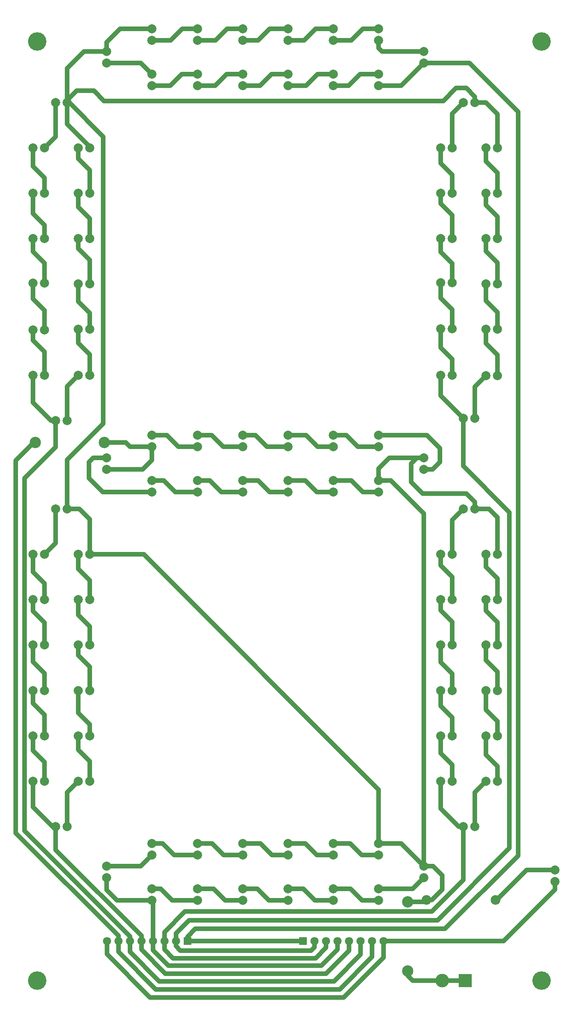
<source format=gbl>
G04 (created by PCBNEW (2013-07-07 BZR 4022)-stable) date 1/25/2016 6:15:22 PM*
%MOIN*%
G04 Gerber Fmt 3.4, Leading zero omitted, Abs format*
%FSLAX34Y34*%
G01*
G70*
G90*
G04 APERTURE LIST*
%ADD10C,0.00590551*%
%ADD11C,0.0787*%
%ADD12C,0.0843701*%
%ADD13R,0.1181X0.1181*%
%ADD14C,0.1181*%
%ADD15R,0.0708661X0.0708661*%
%ADD16C,0.0708661*%
%ADD17C,0.0984252*%
%ADD18C,0.16*%
%ADD19C,0.0393701*%
G04 APERTURE END LIST*
G54D10*
G54D11*
X14638Y-65977D03*
X13638Y-65977D03*
X18575Y-30702D03*
X17575Y-30702D03*
X18575Y-26765D03*
X17575Y-26765D03*
X16607Y-81725D03*
X15607Y-81725D03*
X16607Y-54166D03*
X15607Y-54166D03*
X18575Y-69914D03*
X17575Y-69914D03*
X18575Y-65977D03*
X17575Y-65977D03*
X18575Y-62040D03*
X17575Y-62040D03*
X18575Y-58103D03*
X17575Y-58103D03*
X14638Y-69914D03*
X13638Y-69914D03*
X18575Y-38576D03*
X17575Y-38576D03*
X14638Y-62040D03*
X13638Y-62040D03*
X14638Y-58103D03*
X13638Y-58103D03*
X47603Y-14454D03*
X47603Y-15454D03*
X23981Y-12485D03*
X23981Y-13485D03*
X20044Y-14454D03*
X20044Y-15454D03*
X31855Y-12485D03*
X31855Y-13485D03*
X35792Y-12485D03*
X35792Y-13485D03*
X39729Y-47761D03*
X39729Y-48761D03*
X20044Y-49729D03*
X20044Y-50729D03*
X47603Y-49729D03*
X47603Y-50729D03*
X43666Y-51698D03*
X43666Y-52698D03*
X39729Y-51698D03*
X39729Y-52698D03*
X35792Y-51698D03*
X35792Y-52698D03*
X31855Y-51698D03*
X31855Y-52698D03*
X31855Y-47761D03*
X31855Y-48761D03*
X35792Y-47761D03*
X35792Y-48761D03*
X18575Y-34639D03*
X17575Y-34639D03*
X43666Y-47761D03*
X43666Y-48761D03*
X14638Y-42552D03*
X13638Y-42552D03*
X18575Y-22828D03*
X17575Y-22828D03*
X16607Y-18891D03*
X15607Y-18891D03*
X14638Y-26765D03*
X13638Y-26765D03*
X14638Y-22828D03*
X13638Y-22828D03*
X14638Y-30702D03*
X13638Y-30702D03*
X27918Y-12485D03*
X27918Y-13485D03*
X31855Y-83194D03*
X31855Y-84194D03*
X50071Y-65977D03*
X49071Y-65977D03*
X50071Y-77788D03*
X49071Y-77788D03*
X54008Y-73851D03*
X53008Y-73851D03*
X54008Y-69914D03*
X53008Y-69914D03*
X54008Y-65977D03*
X53008Y-65977D03*
X43666Y-83194D03*
X43666Y-84194D03*
X39729Y-83194D03*
X39729Y-84194D03*
X35792Y-83194D03*
X35792Y-84194D03*
X35792Y-16422D03*
X35792Y-17422D03*
X31855Y-87131D03*
X31855Y-88131D03*
X35792Y-87131D03*
X35792Y-88131D03*
X39729Y-87131D03*
X39729Y-88131D03*
X43666Y-87131D03*
X43666Y-88131D03*
X20044Y-85162D03*
X20044Y-86162D03*
X47603Y-85162D03*
X47603Y-86162D03*
X54008Y-62040D03*
X53008Y-62040D03*
X54008Y-22828D03*
X53008Y-22828D03*
X50071Y-62040D03*
X49071Y-62040D03*
X31855Y-16422D03*
X31855Y-17422D03*
X27918Y-16422D03*
X27918Y-17422D03*
X23981Y-16422D03*
X23981Y-17422D03*
X50071Y-42552D03*
X49071Y-42552D03*
X50071Y-30702D03*
X49071Y-30702D03*
X50071Y-26765D03*
X49071Y-26765D03*
X50071Y-22828D03*
X49071Y-22828D03*
X52040Y-18891D03*
X51040Y-18891D03*
X54008Y-38576D03*
X53008Y-38576D03*
X54008Y-34639D03*
X53008Y-34639D03*
X54008Y-30702D03*
X53008Y-30702D03*
X54008Y-26765D03*
X53008Y-26765D03*
X54008Y-58103D03*
X53008Y-58103D03*
X52040Y-54166D03*
X51040Y-54166D03*
X50071Y-58103D03*
X49071Y-58103D03*
X59000Y-85500D03*
X59000Y-86500D03*
G54D12*
X47850Y-88100D03*
X53850Y-88100D03*
G54D11*
X14638Y-73851D03*
X13638Y-73851D03*
X18575Y-73851D03*
X17575Y-73851D03*
X18575Y-42552D03*
X17575Y-42552D03*
X14638Y-34560D03*
X13638Y-34560D03*
X27918Y-51698D03*
X27918Y-52698D03*
X27918Y-47761D03*
X27918Y-48761D03*
X39729Y-16422D03*
X39729Y-17422D03*
X39729Y-12485D03*
X39729Y-13485D03*
X50071Y-34521D03*
X49071Y-34521D03*
X54008Y-42592D03*
X53008Y-42592D03*
X54008Y-77788D03*
X53008Y-77788D03*
X50071Y-69914D03*
X49071Y-69914D03*
X27918Y-87131D03*
X27918Y-88131D03*
X27918Y-83194D03*
X27918Y-84194D03*
X14638Y-77788D03*
X13638Y-77788D03*
X18575Y-77788D03*
X17575Y-77788D03*
X16607Y-46489D03*
X15607Y-46489D03*
X14638Y-38615D03*
X13638Y-38615D03*
X23981Y-47761D03*
X23981Y-48761D03*
X23981Y-51698D03*
X23981Y-52698D03*
X43666Y-16422D03*
X43666Y-17422D03*
X43666Y-12485D03*
X43666Y-13485D03*
X52040Y-46292D03*
X51040Y-46292D03*
X50071Y-38537D03*
X49071Y-38537D03*
X52040Y-81725D03*
X51040Y-81725D03*
X50071Y-73851D03*
X49071Y-73851D03*
X23981Y-87131D03*
X23981Y-88131D03*
X23981Y-83194D03*
X23981Y-84194D03*
G54D13*
X51200Y-95100D03*
G54D14*
X49200Y-95100D03*
G54D15*
X37104Y-91679D03*
G54D16*
X38104Y-91679D03*
X39104Y-91679D03*
X40104Y-91679D03*
X41104Y-91679D03*
X42104Y-91679D03*
X43104Y-91679D03*
X44104Y-91679D03*
G54D15*
X27061Y-91679D03*
G54D16*
X26061Y-91679D03*
X25061Y-91679D03*
X24061Y-91679D03*
X23061Y-91679D03*
X22061Y-91679D03*
X21061Y-91679D03*
X20061Y-91679D03*
G54D17*
X46200Y-94250D03*
X46200Y-88250D03*
X13850Y-48400D03*
X19850Y-48400D03*
G54D18*
X14000Y-13600D03*
X57850Y-13600D03*
X57850Y-95100D03*
X14000Y-95100D03*
G54D19*
X18067Y-14454D02*
X20044Y-14454D01*
X20044Y-14454D02*
X20044Y-13655D01*
X20044Y-13655D02*
X21214Y-12485D01*
X21214Y-12485D02*
X23981Y-12485D01*
X16607Y-15914D02*
X18067Y-14454D01*
X46200Y-88250D02*
X47700Y-88250D01*
X47700Y-88250D02*
X47850Y-88100D01*
X47850Y-88100D02*
X48300Y-88100D01*
X48412Y-85162D02*
X47603Y-85162D01*
X49200Y-85950D02*
X48412Y-85162D01*
X49200Y-87200D02*
X49200Y-85950D01*
X48300Y-88100D02*
X49200Y-87200D01*
X43666Y-83194D02*
X43666Y-78516D01*
X23253Y-58103D02*
X18575Y-58103D01*
X43666Y-78516D02*
X23253Y-58103D01*
X47603Y-85162D02*
X47603Y-54553D01*
X44748Y-51698D02*
X43666Y-51698D01*
X47603Y-54553D02*
X44748Y-51698D01*
X16607Y-18891D02*
X16791Y-18891D01*
X16607Y-49892D02*
X16607Y-54166D01*
X19750Y-46750D02*
X16607Y-49892D01*
X19750Y-21850D02*
X19750Y-46750D01*
X16791Y-18891D02*
X19750Y-21850D01*
X16607Y-18891D02*
X16607Y-20757D01*
X18575Y-22725D02*
X18575Y-22828D01*
X16607Y-20757D02*
X18575Y-22725D01*
X16607Y-18891D02*
X16607Y-18686D01*
X52040Y-18387D02*
X52040Y-18891D01*
X51288Y-17635D02*
X52040Y-18387D01*
X50406Y-17635D02*
X51288Y-17635D01*
X49284Y-18757D02*
X50406Y-17635D01*
X19800Y-18757D02*
X49284Y-18757D01*
X18918Y-17875D02*
X19800Y-18757D01*
X17418Y-17875D02*
X18918Y-17875D01*
X16607Y-18686D02*
X17418Y-17875D01*
X47603Y-49729D02*
X46996Y-49729D01*
X52040Y-53564D02*
X52040Y-54166D01*
X51307Y-52832D02*
X52040Y-53564D01*
X47500Y-52832D02*
X51307Y-52832D01*
X46492Y-51824D02*
X47500Y-52832D01*
X46492Y-50233D02*
X46492Y-51824D01*
X46996Y-49729D02*
X46492Y-50233D01*
X43666Y-51698D02*
X43666Y-50662D01*
X44599Y-49729D02*
X47603Y-49729D01*
X43666Y-50662D02*
X44599Y-49729D01*
X16607Y-18891D02*
X16607Y-15914D01*
X52040Y-18891D02*
X52991Y-18891D01*
X52991Y-18891D02*
X54008Y-19908D01*
X54008Y-19908D02*
X54008Y-22828D01*
X52040Y-54166D02*
X53266Y-54166D01*
X54008Y-54908D02*
X54008Y-58103D01*
X53266Y-54166D02*
X54008Y-54908D01*
X43666Y-83194D02*
X45634Y-83194D01*
X45634Y-83194D02*
X47603Y-85162D01*
X16607Y-54166D02*
X17666Y-54166D01*
X18575Y-55075D02*
X18575Y-58103D01*
X17666Y-54166D02*
X18575Y-55075D01*
X46200Y-94250D02*
X46200Y-94650D01*
X46650Y-95100D02*
X49200Y-95100D01*
X46200Y-94650D02*
X46650Y-95100D01*
X51200Y-95100D02*
X49200Y-95100D01*
X54270Y-91679D02*
X54520Y-91679D01*
X44104Y-91679D02*
X54270Y-91679D01*
X59000Y-87200D02*
X59000Y-86500D01*
X54520Y-91679D02*
X59000Y-87200D01*
X20061Y-91679D02*
X20061Y-92811D01*
X44104Y-93095D02*
X44104Y-91679D01*
X40650Y-96550D02*
X44104Y-93095D01*
X23800Y-96550D02*
X40650Y-96550D01*
X20061Y-92811D02*
X23800Y-96550D01*
X23981Y-48761D02*
X23981Y-49918D01*
X23170Y-50729D02*
X20044Y-50729D01*
X23981Y-49918D02*
X23170Y-50729D01*
X19850Y-48400D02*
X21700Y-48400D01*
X22061Y-48761D02*
X23981Y-48761D01*
X21700Y-48400D02*
X22061Y-48761D01*
X27061Y-91679D02*
X37104Y-91679D01*
X27061Y-91679D02*
X27061Y-91288D01*
X27061Y-91288D02*
X27750Y-90600D01*
X27750Y-90600D02*
X49450Y-90600D01*
X49450Y-90600D02*
X55800Y-84250D01*
X55800Y-84250D02*
X55800Y-19700D01*
X55800Y-19700D02*
X51554Y-15454D01*
X51554Y-15454D02*
X47603Y-15454D01*
X43666Y-17422D02*
X45634Y-17422D01*
X45634Y-17422D02*
X47603Y-15454D01*
X26061Y-91679D02*
X26061Y-90988D01*
X26061Y-90988D02*
X27200Y-89850D01*
X27200Y-89850D02*
X48800Y-89850D01*
X48800Y-89850D02*
X55050Y-83600D01*
X55050Y-83600D02*
X55050Y-54450D01*
X55050Y-54450D02*
X51040Y-50440D01*
X51040Y-50440D02*
X51040Y-46292D01*
X26061Y-91679D02*
X26061Y-92111D01*
X26061Y-92111D02*
X26450Y-92500D01*
X26450Y-92500D02*
X37800Y-92500D01*
X37800Y-92500D02*
X38104Y-92195D01*
X38104Y-92195D02*
X38104Y-91679D01*
X49071Y-42552D02*
X49071Y-44324D01*
X49071Y-44324D02*
X51040Y-46292D01*
X25061Y-91679D02*
X25061Y-90888D01*
X51040Y-86359D02*
X48300Y-89100D01*
X48300Y-89100D02*
X26850Y-89100D01*
X26850Y-89100D02*
X25061Y-90888D01*
X51040Y-86359D02*
X51040Y-81725D01*
X25061Y-91679D02*
X25061Y-92411D01*
X39104Y-92245D02*
X39104Y-91679D01*
X38200Y-93150D02*
X39104Y-92245D01*
X25800Y-93150D02*
X38200Y-93150D01*
X25061Y-92411D02*
X25800Y-93150D01*
X51040Y-81725D02*
X50625Y-81725D01*
X49071Y-80171D02*
X49071Y-77788D01*
X50625Y-81725D02*
X49071Y-80171D01*
X24061Y-91679D02*
X24061Y-87961D01*
X24061Y-88211D02*
X23981Y-88131D01*
X24061Y-91679D02*
X24061Y-92461D01*
X40104Y-92395D02*
X40104Y-91679D01*
X38700Y-93800D02*
X40104Y-92395D01*
X25400Y-93800D02*
X38700Y-93800D01*
X24061Y-92461D02*
X25400Y-93800D01*
X20044Y-86162D02*
X20044Y-87244D01*
X20044Y-87244D02*
X20931Y-88131D01*
X20931Y-88131D02*
X23981Y-88131D01*
X23061Y-91679D02*
X23061Y-91211D01*
X23061Y-91211D02*
X15607Y-83757D01*
X15607Y-83757D02*
X15607Y-81725D01*
X23061Y-91679D02*
X23061Y-92411D01*
X41104Y-92495D02*
X41104Y-91679D01*
X39100Y-94500D02*
X41104Y-92495D01*
X25150Y-94500D02*
X39100Y-94500D01*
X23061Y-92411D02*
X25150Y-94500D01*
X15607Y-81725D02*
X15325Y-81725D01*
X13638Y-80038D02*
X13638Y-77788D01*
X15325Y-81725D02*
X13638Y-80038D01*
X22061Y-91679D02*
X22061Y-91261D01*
X22061Y-91261D02*
X12900Y-82100D01*
X12900Y-82100D02*
X12900Y-51500D01*
X12900Y-51500D02*
X15607Y-48792D01*
X15607Y-48792D02*
X15607Y-46489D01*
X22061Y-91679D02*
X22061Y-92611D01*
X42104Y-92845D02*
X42104Y-91679D01*
X39800Y-95150D02*
X42104Y-92845D01*
X24600Y-95150D02*
X39800Y-95150D01*
X22061Y-92611D02*
X24600Y-95150D01*
X15607Y-46489D02*
X15189Y-46489D01*
X15189Y-46489D02*
X13638Y-44938D01*
X13638Y-44938D02*
X13638Y-42552D01*
X13850Y-48400D02*
X13700Y-48400D01*
X21061Y-91211D02*
X21061Y-91679D01*
X12150Y-82300D02*
X21061Y-91211D01*
X12150Y-49950D02*
X12150Y-82300D01*
X13700Y-48400D02*
X12150Y-49950D01*
X21061Y-91679D02*
X21061Y-92611D01*
X43104Y-93045D02*
X43104Y-91679D01*
X40300Y-95850D02*
X43104Y-93045D01*
X24300Y-95850D02*
X40300Y-95850D01*
X21061Y-92611D02*
X24300Y-95850D01*
X43666Y-87131D02*
X46634Y-87131D01*
X46634Y-87131D02*
X47603Y-86162D01*
X39729Y-87131D02*
X41231Y-87131D01*
X42231Y-88131D02*
X43666Y-88131D01*
X41231Y-87131D02*
X42231Y-88131D01*
X35792Y-87131D02*
X37131Y-87131D01*
X38131Y-88131D02*
X39729Y-88131D01*
X37131Y-87131D02*
X38131Y-88131D01*
X31855Y-87131D02*
X33131Y-87131D01*
X34131Y-88131D02*
X35792Y-88131D01*
X33131Y-87131D02*
X34131Y-88131D01*
X27918Y-87131D02*
X29331Y-87131D01*
X30331Y-88131D02*
X31855Y-88131D01*
X29331Y-87131D02*
X30331Y-88131D01*
X27918Y-83194D02*
X29194Y-83194D01*
X30194Y-84194D02*
X31855Y-84194D01*
X29194Y-83194D02*
X30194Y-84194D01*
X31855Y-83194D02*
X33394Y-83194D01*
X34394Y-84194D02*
X35792Y-84194D01*
X33394Y-83194D02*
X34394Y-84194D01*
X35792Y-83194D02*
X37294Y-83194D01*
X38294Y-84194D02*
X39729Y-84194D01*
X37294Y-83194D02*
X38294Y-84194D01*
X39729Y-83194D02*
X41194Y-83194D01*
X42194Y-84194D02*
X43666Y-84194D01*
X41194Y-83194D02*
X42194Y-84194D01*
X49071Y-62040D02*
X49071Y-62971D01*
X50071Y-63971D02*
X50071Y-65977D01*
X49071Y-62971D02*
X50071Y-63971D01*
X35792Y-47761D02*
X37361Y-47761D01*
X38361Y-48761D02*
X39729Y-48761D01*
X37361Y-47761D02*
X38361Y-48761D01*
X14638Y-73851D02*
X14638Y-72038D01*
X13638Y-71038D02*
X13638Y-69914D01*
X14638Y-72038D02*
X13638Y-71038D01*
X39729Y-47761D02*
X40861Y-47761D01*
X41861Y-48761D02*
X43666Y-48761D01*
X40861Y-47761D02*
X41861Y-48761D01*
X43666Y-47761D02*
X47861Y-47761D01*
X48370Y-50729D02*
X47603Y-50729D01*
X49000Y-50100D02*
X48370Y-50729D01*
X49000Y-48900D02*
X49000Y-50100D01*
X47861Y-47761D02*
X49000Y-48900D01*
X39729Y-51698D02*
X41298Y-51698D01*
X42298Y-52698D02*
X43666Y-52698D01*
X41298Y-51698D02*
X42298Y-52698D01*
X35792Y-51698D02*
X37298Y-51698D01*
X38298Y-52698D02*
X39729Y-52698D01*
X37298Y-51698D02*
X38298Y-52698D01*
X31855Y-51698D02*
X33198Y-51698D01*
X34198Y-52698D02*
X35792Y-52698D01*
X33198Y-51698D02*
X34198Y-52698D01*
X31855Y-47761D02*
X32961Y-47761D01*
X33961Y-48761D02*
X35792Y-48761D01*
X32961Y-47761D02*
X33961Y-48761D01*
X27918Y-47761D02*
X29161Y-47761D01*
X30161Y-48761D02*
X31855Y-48761D01*
X29161Y-47761D02*
X30161Y-48761D01*
X49071Y-65977D02*
X49071Y-67471D01*
X50071Y-68471D02*
X50071Y-69914D01*
X49071Y-67471D02*
X50071Y-68471D01*
X17575Y-26765D02*
X17575Y-27975D01*
X18575Y-28975D02*
X18575Y-30702D01*
X17575Y-27975D02*
X18575Y-28975D01*
X17575Y-22828D02*
X17575Y-23775D01*
X18575Y-24775D02*
X18575Y-26765D01*
X17575Y-23775D02*
X18575Y-24775D01*
X17575Y-65977D02*
X17575Y-66875D01*
X18575Y-67875D02*
X18575Y-69914D01*
X17575Y-66875D02*
X18575Y-67875D01*
X15607Y-18891D02*
X15607Y-21859D01*
X15607Y-21859D02*
X14638Y-22828D01*
X14638Y-26765D02*
X14638Y-25438D01*
X13638Y-24438D02*
X13638Y-22828D01*
X14638Y-25438D02*
X13638Y-24438D01*
X17575Y-30702D02*
X17575Y-31575D01*
X18575Y-32575D02*
X18575Y-34639D01*
X17575Y-31575D02*
X18575Y-32575D01*
X17575Y-34639D02*
X17575Y-36175D01*
X18575Y-37175D02*
X18575Y-38576D01*
X17575Y-36175D02*
X18575Y-37175D01*
X14638Y-30702D02*
X14638Y-29538D01*
X13638Y-28538D02*
X13638Y-26765D01*
X14638Y-29538D02*
X13638Y-28538D01*
X13638Y-30702D02*
X13638Y-31838D01*
X14638Y-32838D02*
X14638Y-34560D01*
X13638Y-31838D02*
X14638Y-32838D01*
X17575Y-38576D02*
X17575Y-39775D01*
X18575Y-40775D02*
X18575Y-42552D01*
X17575Y-39775D02*
X18575Y-40775D01*
X31855Y-17422D02*
X33377Y-17422D01*
X34377Y-16422D02*
X35792Y-16422D01*
X33377Y-17422D02*
X34377Y-16422D01*
X31855Y-13485D02*
X33214Y-13485D01*
X34214Y-12485D02*
X35792Y-12485D01*
X33214Y-13485D02*
X34214Y-12485D01*
X27918Y-13485D02*
X29514Y-13485D01*
X30514Y-12485D02*
X31855Y-12485D01*
X29514Y-13485D02*
X30514Y-12485D01*
X14638Y-69914D02*
X14638Y-68438D01*
X13638Y-67438D02*
X13638Y-65977D01*
X14638Y-68438D02*
X13638Y-67438D01*
X27918Y-17422D02*
X29477Y-17422D01*
X30477Y-16422D02*
X31855Y-16422D01*
X29477Y-17422D02*
X30477Y-16422D01*
X23981Y-17422D02*
X25577Y-17422D01*
X26577Y-16422D02*
X27918Y-16422D01*
X25577Y-17422D02*
X26577Y-16422D01*
X23981Y-13485D02*
X25614Y-13485D01*
X26614Y-12485D02*
X27918Y-12485D01*
X25614Y-13485D02*
X26614Y-12485D01*
X20044Y-15454D02*
X23012Y-15454D01*
X23012Y-15454D02*
X23981Y-16422D01*
X14638Y-38615D02*
X14638Y-36938D01*
X13638Y-35938D02*
X13638Y-34560D01*
X14638Y-36938D02*
X13638Y-35938D01*
X16607Y-46489D02*
X16607Y-43521D01*
X16607Y-43521D02*
X17575Y-42552D01*
X35792Y-13485D02*
X37214Y-13485D01*
X38214Y-12485D02*
X39729Y-12485D01*
X37214Y-13485D02*
X38214Y-12485D01*
X23981Y-83194D02*
X24894Y-83194D01*
X25894Y-84194D02*
X27918Y-84194D01*
X24894Y-83194D02*
X25894Y-84194D01*
X23981Y-87131D02*
X24731Y-87131D01*
X25731Y-88131D02*
X27918Y-88131D01*
X24731Y-87131D02*
X25731Y-88131D01*
X50071Y-73851D02*
X50071Y-72271D01*
X49071Y-71271D02*
X49071Y-69914D01*
X50071Y-72271D02*
X49071Y-71271D01*
X13638Y-62040D02*
X13638Y-63038D01*
X14638Y-64038D02*
X14638Y-65977D01*
X13638Y-63038D02*
X14638Y-64038D01*
X52040Y-81725D02*
X52040Y-78757D01*
X52040Y-78757D02*
X53008Y-77788D01*
X49071Y-34521D02*
X49071Y-35871D01*
X50071Y-36871D02*
X50071Y-38537D01*
X49071Y-35871D02*
X50071Y-36871D01*
X52040Y-46292D02*
X52040Y-43560D01*
X52040Y-43560D02*
X53008Y-42592D01*
X54008Y-77788D02*
X54008Y-76508D01*
X53008Y-75508D02*
X53008Y-73851D01*
X54008Y-76508D02*
X53008Y-75508D01*
X54008Y-73851D02*
X54008Y-72608D01*
X53008Y-71608D02*
X53008Y-69914D01*
X54008Y-72608D02*
X53008Y-71608D01*
X53008Y-65977D02*
X53008Y-67308D01*
X54008Y-68308D02*
X54008Y-69914D01*
X53008Y-67308D02*
X54008Y-68308D01*
X49071Y-58103D02*
X49071Y-59071D01*
X50071Y-60071D02*
X50071Y-62040D01*
X49071Y-59071D02*
X50071Y-60071D01*
X50071Y-58103D02*
X50071Y-55135D01*
X50071Y-55135D02*
X51040Y-54166D01*
X53008Y-62040D02*
X53008Y-63008D01*
X54008Y-64008D02*
X54008Y-65977D01*
X53008Y-63008D02*
X54008Y-64008D01*
X53008Y-58103D02*
X53008Y-59208D01*
X54008Y-60208D02*
X54008Y-62040D01*
X53008Y-59208D02*
X54008Y-60208D01*
X17575Y-62040D02*
X17575Y-63375D01*
X18575Y-64375D02*
X18575Y-65977D01*
X17575Y-63375D02*
X18575Y-64375D01*
X50071Y-22828D02*
X50071Y-19859D01*
X50071Y-19859D02*
X51040Y-18891D01*
X49071Y-22828D02*
X49071Y-24171D01*
X50071Y-25171D02*
X50071Y-26765D01*
X49071Y-24171D02*
X50071Y-25171D01*
X49071Y-26765D02*
X49071Y-27671D01*
X50071Y-28671D02*
X50071Y-30702D01*
X49071Y-27671D02*
X50071Y-28671D01*
X49071Y-30702D02*
X49071Y-31871D01*
X50071Y-32871D02*
X50071Y-34521D01*
X49071Y-31871D02*
X50071Y-32871D01*
X53008Y-38576D02*
X53008Y-39808D01*
X54008Y-40808D02*
X54008Y-42592D01*
X53008Y-39808D02*
X54008Y-40808D01*
X53008Y-34639D02*
X53008Y-36108D01*
X54008Y-37108D02*
X54008Y-38576D01*
X53008Y-36108D02*
X54008Y-37108D01*
X53008Y-30702D02*
X53008Y-31808D01*
X54008Y-32808D02*
X54008Y-34639D01*
X53008Y-31808D02*
X54008Y-32808D01*
X53008Y-26765D02*
X53008Y-27808D01*
X54008Y-28808D02*
X54008Y-30702D01*
X53008Y-27808D02*
X54008Y-28808D01*
X53008Y-22828D02*
X53008Y-24008D01*
X54008Y-25008D02*
X54008Y-26765D01*
X53008Y-24008D02*
X54008Y-25008D01*
X35792Y-17422D02*
X37377Y-17422D01*
X38377Y-16422D02*
X39729Y-16422D01*
X37377Y-17422D02*
X38377Y-16422D01*
X17575Y-58103D02*
X17575Y-59375D01*
X18575Y-60375D02*
X18575Y-62040D01*
X17575Y-59375D02*
X18575Y-60375D01*
X20044Y-85162D02*
X23012Y-85162D01*
X23012Y-85162D02*
X23981Y-84194D01*
X13638Y-58103D02*
X13638Y-59638D01*
X14638Y-60638D02*
X14638Y-62040D01*
X13638Y-59638D02*
X14638Y-60638D01*
X17575Y-69914D02*
X17575Y-71875D01*
X18575Y-72875D02*
X18575Y-73851D01*
X17575Y-71875D02*
X18575Y-72875D01*
X39729Y-17422D02*
X41077Y-17422D01*
X42077Y-16422D02*
X43666Y-16422D01*
X41077Y-17422D02*
X42077Y-16422D01*
X39729Y-13485D02*
X41314Y-13485D01*
X42314Y-12485D02*
X43666Y-12485D01*
X41314Y-13485D02*
X42314Y-12485D01*
X23981Y-51698D02*
X24998Y-51698D01*
X25998Y-52698D02*
X27918Y-52698D01*
X24998Y-51698D02*
X25998Y-52698D01*
X23981Y-47761D02*
X25261Y-47761D01*
X26261Y-48761D02*
X27918Y-48761D01*
X25261Y-47761D02*
X26261Y-48761D01*
X17575Y-73851D02*
X17575Y-75075D01*
X18575Y-76075D02*
X18575Y-77788D01*
X17575Y-75075D02*
X18575Y-76075D01*
X13638Y-73851D02*
X13638Y-75138D01*
X14638Y-76138D02*
X14638Y-77788D01*
X13638Y-75138D02*
X14638Y-76138D01*
X27918Y-51698D02*
X28998Y-51698D01*
X29998Y-52698D02*
X31855Y-52698D01*
X28998Y-51698D02*
X29998Y-52698D01*
X53850Y-88100D02*
X53950Y-88100D01*
X56550Y-85500D02*
X59000Y-85500D01*
X53950Y-88100D02*
X56550Y-85500D01*
X15607Y-54166D02*
X15607Y-57135D01*
X15607Y-57135D02*
X14638Y-58103D01*
X50071Y-77788D02*
X50071Y-76371D01*
X49071Y-75371D02*
X49071Y-73851D01*
X50071Y-76371D02*
X49071Y-75371D01*
X50071Y-42552D02*
X50071Y-41171D01*
X49071Y-40171D02*
X49071Y-38537D01*
X50071Y-41171D02*
X49071Y-40171D01*
X43666Y-13485D02*
X43666Y-14166D01*
X43954Y-14454D02*
X47603Y-14454D01*
X43666Y-14166D02*
X43954Y-14454D01*
X20044Y-49729D02*
X18870Y-49729D01*
X19698Y-52698D02*
X23981Y-52698D01*
X18500Y-51500D02*
X19698Y-52698D01*
X18500Y-50100D02*
X18500Y-51500D01*
X18870Y-49729D02*
X18500Y-50100D01*
X13638Y-38615D02*
X13638Y-39538D01*
X14638Y-40538D02*
X14638Y-42552D01*
X13638Y-39538D02*
X14638Y-40538D01*
X16607Y-81725D02*
X16607Y-78757D01*
X16607Y-78757D02*
X17575Y-77788D01*
M02*

</source>
